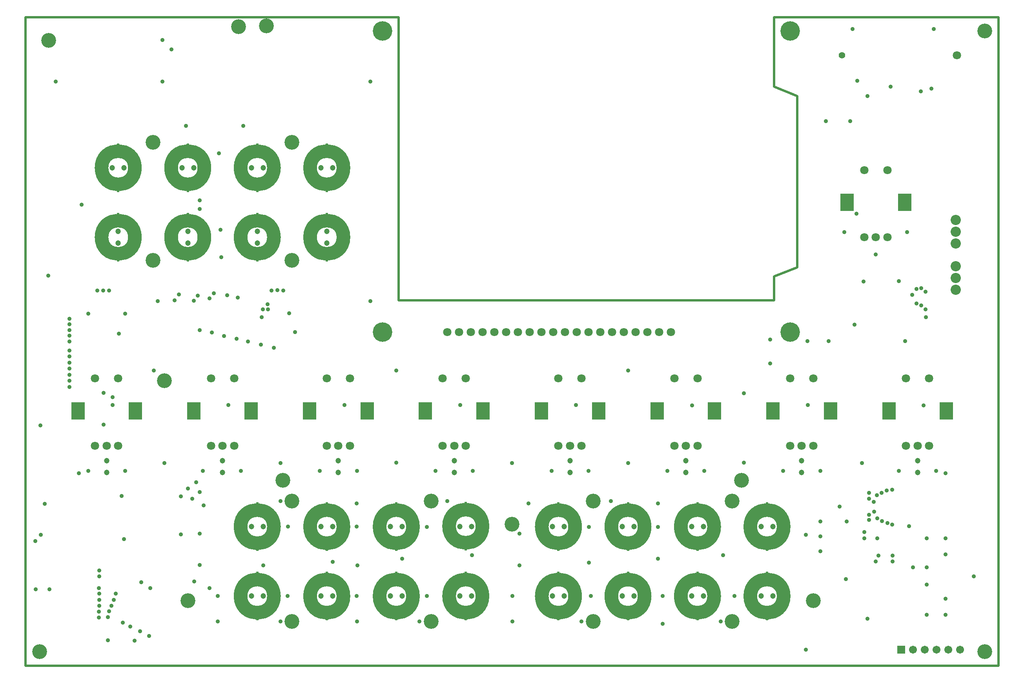
<source format=gts>
%FSLAX25Y25*%
%MOIN*%
G70*
G01*
G75*
G04 Layer_Color=8388736*
%ADD10C,0.01181*%
%ADD11C,0.03937*%
%ADD12C,0.01575*%
%ADD13C,0.00787*%
%ADD14C,0.02756*%
%ADD15C,0.02953*%
%ADD16C,0.01000*%
%ADD17C,0.01969*%
%ADD18C,0.03937*%
%ADD19C,0.01575*%
%ADD20C,0.11811*%
%ADD21C,0.15748*%
%ADD22C,0.06299*%
%ADD23C,0.04724*%
%ADD24C,0.05906*%
%ADD25R,0.05906X0.05906*%
%ADD26C,0.07874*%
%ADD27R,0.11024X0.14173*%
%ADD28C,0.02756*%
%ADD29R,0.06693X0.04921*%
%ADD30R,0.04803X0.03583*%
%ADD31R,0.03583X0.04803*%
%ADD32R,0.06575X0.06496*%
%ADD33R,0.06496X0.06575*%
%ADD34R,0.13386X0.06890*%
%ADD35R,0.06890X0.13386*%
%ADD36R,0.04921X0.06693*%
%ADD37R,0.07874X0.02362*%
%ADD38O,0.07874X0.02362*%
%ADD39R,0.07874X0.21654*%
%ADD40R,0.02756X0.09843*%
%ADD41R,0.02559X0.13780*%
%ADD42R,0.04331X0.14921*%
%ADD43R,0.10630X0.11811*%
%ADD44R,0.03937X0.01181*%
%ADD45O,0.03937X0.01181*%
%ADD46R,0.06299X0.06299*%
%ADD47R,0.04331X0.06299*%
%ADD48O,0.02362X0.07874*%
%ADD49R,0.02362X0.07874*%
%ADD50R,0.06299X0.12598*%
%ADD51R,0.33465X0.41732*%
%ADD52R,0.13386X0.03937*%
%ADD53C,0.02362*%
%ADD54C,0.11811*%
%ADD55C,0.04737*%
%ADD56C,0.02375*%
%ADD57C,0.12611*%
%ADD58C,0.16548*%
%ADD59C,0.07099*%
%ADD60C,0.05524*%
%ADD61C,0.06706*%
%ADD62R,0.06706X0.06706*%
%ADD63C,0.08674*%
%ADD64R,0.11824X0.14973*%
%ADD65C,0.03556*%
D17*
X-0Y551181D02*
X-0D01*
Y0D02*
Y551181D01*
Y0D02*
X826772D01*
Y551181D01*
X635827D02*
X826772D01*
X635827Y492126D02*
Y551181D01*
X316929Y310630D02*
X635827D01*
X316929D02*
X316929D01*
X316929D02*
Y551181D01*
X-0Y551181D02*
X316929D01*
X655512Y338583D02*
Y484252D01*
X635827Y492126D02*
X655512Y484252D01*
X635827Y310630D02*
Y330709D01*
X635827Y330709D02*
X655512Y338583D01*
D54*
X388189Y59055D02*
G03*
X388189Y59055I-14173J0D01*
G01*
X329134D02*
G03*
X329134Y59055I-14173J0D01*
G01*
X270079D02*
G03*
X270079Y59055I-14173J0D01*
G01*
X92913Y364173D02*
G03*
X92913Y364173I-14173J0D01*
G01*
X211024Y59055D02*
G03*
X211024Y59055I-14173J0D01*
G01*
X270079Y423228D02*
G03*
X270079Y423228I-14173J0D01*
G01*
X644095Y118110D02*
G03*
X644095Y118110I-14173J0D01*
G01*
X211024Y423228D02*
G03*
X211024Y423228I-14173J0D01*
G01*
X585039Y118110D02*
G03*
X585039Y118110I-14173J0D01*
G01*
X151969Y423228D02*
G03*
X151969Y423228I-14173J0D01*
G01*
X92913D02*
G03*
X92913Y423228I-14173J0D01*
G01*
X466929Y118110D02*
G03*
X466929Y118110I-14173J0D01*
G01*
X644095Y59055D02*
G03*
X644095Y59055I-14173J0D01*
G01*
X585039D02*
G03*
X585039Y59055I-14173J0D01*
G01*
X329134Y118110D02*
G03*
X329134Y118110I-14173J0D01*
G01*
X525984Y59055D02*
G03*
X525984Y59055I-14173J0D01*
G01*
X270079Y118110D02*
G03*
X270079Y118110I-14173J0D01*
G01*
X466929Y59055D02*
G03*
X466929Y59055I-14173J0D01*
G01*
X211024Y118110D02*
G03*
X211024Y118110I-14173J0D01*
G01*
X388189Y118504D02*
G03*
X388189Y118504I-14173J0D01*
G01*
X525984Y118110D02*
G03*
X525984Y118110I-14173J0D01*
G01*
X151969Y364173D02*
G03*
X151969Y364173I-14173J0D01*
G01*
X211024D02*
G03*
X211024Y364173I-14173J0D01*
G01*
X270079D02*
G03*
X270079Y364173I-14173J0D01*
G01*
D55*
X757874Y164292D02*
D03*
Y174292D02*
D03*
X255906Y369173D02*
D03*
Y359173D02*
D03*
X634921Y59055D02*
D03*
X624921D02*
D03*
X634921Y118110D02*
D03*
X624921D02*
D03*
X659449Y164292D02*
D03*
Y174292D02*
D03*
X196851Y369173D02*
D03*
Y359173D02*
D03*
X575866Y59055D02*
D03*
X565866D02*
D03*
X575866Y118110D02*
D03*
X565866D02*
D03*
X561024Y164292D02*
D03*
Y174292D02*
D03*
X137795Y369173D02*
D03*
Y359173D02*
D03*
X516811Y59055D02*
D03*
X506811D02*
D03*
X516811Y118110D02*
D03*
X506811D02*
D03*
X462599Y164292D02*
D03*
Y174292D02*
D03*
X78740Y369173D02*
D03*
Y359173D02*
D03*
X457756Y59055D02*
D03*
X447756D02*
D03*
X457756Y118110D02*
D03*
X447756D02*
D03*
X364173Y164292D02*
D03*
Y174292D02*
D03*
X260906Y423229D02*
D03*
X250906D02*
D03*
X379016Y59055D02*
D03*
X369016D02*
D03*
X379016Y118110D02*
D03*
X369016D02*
D03*
X265748Y164292D02*
D03*
Y174292D02*
D03*
X201851Y423229D02*
D03*
X191850D02*
D03*
X319961Y59055D02*
D03*
X309961D02*
D03*
X319961Y118110D02*
D03*
X309961D02*
D03*
X167323Y164292D02*
D03*
Y174292D02*
D03*
X142795Y423229D02*
D03*
X132795D02*
D03*
X260906Y59055D02*
D03*
X250906D02*
D03*
X260906Y118110D02*
D03*
X250906D02*
D03*
X68898Y164292D02*
D03*
Y174292D02*
D03*
X83740Y423229D02*
D03*
X73740D02*
D03*
X201851Y59055D02*
D03*
X191850D02*
D03*
X201851Y118110D02*
D03*
X191850D02*
D03*
D56*
X374016Y78740D02*
D03*
Y39370D02*
D03*
X314961Y78740D02*
D03*
Y39370D02*
D03*
X255906Y78740D02*
D03*
Y39370D02*
D03*
X78740Y383858D02*
D03*
Y344488D02*
D03*
X196850Y78740D02*
D03*
Y39370D02*
D03*
X255906Y403543D02*
D03*
Y442913D02*
D03*
X629921Y98425D02*
D03*
Y137795D02*
D03*
X196850Y403543D02*
D03*
Y442913D02*
D03*
X570866Y98425D02*
D03*
Y137795D02*
D03*
X137795Y403543D02*
D03*
Y442913D02*
D03*
X78740Y403543D02*
D03*
Y442913D02*
D03*
X452756Y98425D02*
D03*
Y137795D02*
D03*
X629921Y78740D02*
D03*
Y39370D02*
D03*
X570866Y78740D02*
D03*
Y39370D02*
D03*
X314961Y98425D02*
D03*
Y137795D02*
D03*
X511811Y78740D02*
D03*
Y39370D02*
D03*
X255906Y98425D02*
D03*
Y137795D02*
D03*
X452756Y78740D02*
D03*
Y39370D02*
D03*
X196850Y98425D02*
D03*
Y137795D02*
D03*
X374016Y98819D02*
D03*
Y138189D02*
D03*
X511811Y98425D02*
D03*
Y137795D02*
D03*
X137795Y383858D02*
D03*
Y344488D02*
D03*
X196850Y383858D02*
D03*
Y344488D02*
D03*
X255906Y383858D02*
D03*
Y344488D02*
D03*
D57*
X118110Y242126D02*
D03*
X600394Y139764D02*
D03*
Y37402D02*
D03*
X344488Y139764D02*
D03*
X669291Y55118D02*
D03*
X608268Y157480D02*
D03*
X413386Y120079D02*
D03*
X218504Y157480D02*
D03*
X137795Y55118D02*
D03*
X108268Y444882D02*
D03*
X226378D02*
D03*
Y344488D02*
D03*
X108268D02*
D03*
X482283Y139764D02*
D03*
Y37402D02*
D03*
X344488D02*
D03*
X226378D02*
D03*
Y139764D02*
D03*
X19685Y531496D02*
D03*
X11811Y11811D02*
D03*
X814961D02*
D03*
Y539370D02*
D03*
X204724Y543701D02*
D03*
X181102Y543307D02*
D03*
D58*
X303150Y539370D02*
D03*
Y283465D02*
D03*
X649606D02*
D03*
Y539370D02*
D03*
D59*
X358378Y283417D02*
D03*
X368378D02*
D03*
X378378D02*
D03*
X388378D02*
D03*
X398378D02*
D03*
X408378D02*
D03*
X418378D02*
D03*
X428378D02*
D03*
X438378D02*
D03*
X448378D02*
D03*
X458378D02*
D03*
X468378D02*
D03*
X478378D02*
D03*
X488378D02*
D03*
X498378D02*
D03*
X508378D02*
D03*
X518378D02*
D03*
X528378D02*
D03*
X538378D02*
D03*
X548378D02*
D03*
X791339Y518898D02*
D03*
X59055Y244095D02*
D03*
X78740D02*
D03*
X68898Y187008D02*
D03*
X78740D02*
D03*
X59055D02*
D03*
X157480Y244095D02*
D03*
X177165D02*
D03*
X167323Y187008D02*
D03*
X177165D02*
D03*
X157480D02*
D03*
X255906Y244095D02*
D03*
X275591D02*
D03*
X265748Y187008D02*
D03*
X275591D02*
D03*
X255906D02*
D03*
X354331Y244095D02*
D03*
X374016D02*
D03*
X364173Y187008D02*
D03*
X374016D02*
D03*
X354331D02*
D03*
X452756Y244095D02*
D03*
X472441D02*
D03*
X462599Y187008D02*
D03*
X472441D02*
D03*
X452756D02*
D03*
X551181Y244095D02*
D03*
X570866D02*
D03*
X561024Y187008D02*
D03*
X570866D02*
D03*
X551181D02*
D03*
X649606Y244095D02*
D03*
X669291D02*
D03*
X659449Y187008D02*
D03*
X669291D02*
D03*
X649606D02*
D03*
X748032Y244095D02*
D03*
X767717D02*
D03*
X757874Y187008D02*
D03*
X767717D02*
D03*
X748032D02*
D03*
X712599Y421260D02*
D03*
X732283D02*
D03*
X722441Y364173D02*
D03*
X732283D02*
D03*
X712599D02*
D03*
D60*
X693701Y518898D02*
D03*
D61*
X794095Y13386D02*
D03*
X784094D02*
D03*
X774094D02*
D03*
X764094D02*
D03*
X754095D02*
D03*
D62*
X744095D02*
D03*
D63*
X790158Y378898D02*
D03*
Y368898D02*
D03*
Y358898D02*
D03*
Y339528D02*
D03*
Y329528D02*
D03*
Y319528D02*
D03*
D64*
X93307Y216536D02*
D03*
X44488D02*
D03*
X191732D02*
D03*
X142913D02*
D03*
X290158D02*
D03*
X241339D02*
D03*
X388583D02*
D03*
X339764D02*
D03*
X487008D02*
D03*
X438189D02*
D03*
X585433D02*
D03*
X536614D02*
D03*
X683858D02*
D03*
X635039D02*
D03*
X782283D02*
D03*
X733465D02*
D03*
X746850Y393701D02*
D03*
X698032D02*
D03*
D65*
X292976Y496389D02*
D03*
Y309842D02*
D03*
X224050Y299358D02*
D03*
X109088Y250692D02*
D03*
X315058Y250793D02*
D03*
X511805Y250692D02*
D03*
X112205Y309842D02*
D03*
X147891Y285273D02*
D03*
X126686Y310630D02*
D03*
X158194Y283099D02*
D03*
X131890Y143701D02*
D03*
X632757Y277212D02*
D03*
X610236Y231392D02*
D03*
X147989Y395681D02*
D03*
X148032Y388040D02*
D03*
X164132Y435503D02*
D03*
X165641Y370436D02*
D03*
X166144Y347294D02*
D03*
X716536Y146850D02*
D03*
X281889Y85335D02*
D03*
X706025Y384327D02*
D03*
X37254Y275614D02*
D03*
X37411Y267865D02*
D03*
Y262722D02*
D03*
Y257579D02*
D03*
Y252436D02*
D03*
Y247294D02*
D03*
X37402Y242151D02*
D03*
Y237008D02*
D03*
X131890Y111417D02*
D03*
X761024Y320866D02*
D03*
X764567Y317914D02*
D03*
X37402Y280431D02*
D03*
Y285248D02*
D03*
Y290065D02*
D03*
Y294882D02*
D03*
X12598Y204331D02*
D03*
X8268Y105906D02*
D03*
X8661Y64961D02*
D03*
X12992Y111024D02*
D03*
X19291Y331496D02*
D03*
X16142Y137402D02*
D03*
X70079Y21654D02*
D03*
X691732Y135039D02*
D03*
X697638Y122441D02*
D03*
X675197Y109843D02*
D03*
X81496Y144095D02*
D03*
X679921Y462992D02*
D03*
X747244Y275984D02*
D03*
X682283D02*
D03*
X664173D02*
D03*
X116142Y531890D02*
D03*
X675197Y122441D02*
D03*
X419685Y112205D02*
D03*
X427165Y137795D02*
D03*
X47638Y391732D02*
D03*
X497244Y139764D02*
D03*
X358268D02*
D03*
X216535D02*
D03*
X163386Y37402D02*
D03*
X216535D02*
D03*
X281496D02*
D03*
X334646D02*
D03*
X472441D02*
D03*
X413779D02*
D03*
X590551D02*
D03*
X83465Y107481D02*
D03*
X723622Y108268D02*
D03*
X662992Y111024D02*
D03*
Y13386D02*
D03*
X537402Y137795D02*
D03*
X537303Y118012D02*
D03*
X478642D02*
D03*
X340846D02*
D03*
X281398Y137697D02*
D03*
Y118110D02*
D03*
X222835D02*
D03*
X148032Y147638D02*
D03*
X144882Y155906D02*
D03*
X105906Y65748D02*
D03*
X148032Y85433D02*
D03*
X156299Y65748D02*
D03*
X592520Y93701D02*
D03*
X92520Y21260D02*
D03*
X765748Y83465D02*
D03*
Y108268D02*
D03*
X781496D02*
D03*
Y94488D02*
D03*
Y56693D02*
D03*
Y43307D02*
D03*
X765748D02*
D03*
Y68898D02*
D03*
X706693Y497244D02*
D03*
X66142Y204725D02*
D03*
Y231890D02*
D03*
X74016Y228347D02*
D03*
X773622Y165355D02*
D03*
X105118Y25197D02*
D03*
X97244Y29134D02*
D03*
X53150Y299213D02*
D03*
X84646D02*
D03*
X76772Y61024D02*
D03*
X74803Y55906D02*
D03*
X72835Y50788D02*
D03*
X70866Y46063D02*
D03*
X74016Y221654D02*
D03*
X62599Y75984D02*
D03*
Y80709D02*
D03*
X25591Y496457D02*
D03*
X88976Y33071D02*
D03*
X781495Y163386D02*
D03*
X79134Y282284D02*
D03*
X180315Y312992D02*
D03*
X171260Y314961D02*
D03*
X118110Y172047D02*
D03*
X62165Y40906D02*
D03*
X62441Y65906D02*
D03*
X148032Y112205D02*
D03*
X219016Y319016D02*
D03*
X214016Y319134D02*
D03*
X209016Y318937D02*
D03*
X98425Y70866D02*
D03*
X62599Y50788D02*
D03*
X163287Y59154D02*
D03*
X62362Y45906D02*
D03*
X62598Y55906D02*
D03*
X62599Y61024D02*
D03*
X151181Y136221D02*
D03*
X229016Y283465D02*
D03*
X70984Y319016D02*
D03*
X65984Y318898D02*
D03*
X60984Y318937D02*
D03*
X340846Y59154D02*
D03*
X281398Y59154D02*
D03*
X222736Y59154D02*
D03*
X172441Y221654D02*
D03*
X270866D02*
D03*
X369291D02*
D03*
X467717D02*
D03*
X566142Y221260D02*
D03*
X664567Y221654D02*
D03*
X762992Y221260D02*
D03*
X541339Y35433D02*
D03*
X602362Y59055D02*
D03*
X541339D02*
D03*
X480315D02*
D03*
X413779D02*
D03*
X771654Y541339D02*
D03*
X702756D02*
D03*
X185039Y458957D02*
D03*
X124016Y524016D02*
D03*
X116142Y496457D02*
D03*
X84646Y165355D02*
D03*
X53150D02*
D03*
X183071D02*
D03*
X281496D02*
D03*
X348425D02*
D03*
X379921D02*
D03*
X446850D02*
D03*
X478346D02*
D03*
X545276D02*
D03*
X576772D02*
D03*
X643701D02*
D03*
X675197D02*
D03*
X742126D02*
D03*
X216535Y172343D02*
D03*
X314961Y172441D02*
D03*
X413386Y172343D02*
D03*
X511811Y172343D02*
D03*
X610236Y172441D02*
D03*
X710630Y172343D02*
D03*
X250000Y165355D02*
D03*
X45276Y163386D02*
D03*
X805512Y75985D02*
D03*
X736221Y149607D02*
D03*
X716536Y141733D02*
D03*
Y128347D02*
D03*
Y124016D02*
D03*
X736221Y119685D02*
D03*
X712599Y108268D02*
D03*
X769685Y490551D02*
D03*
X700787Y462992D02*
D03*
X722441Y349606D02*
D03*
X760630Y488189D02*
D03*
X735039Y492126D02*
D03*
X715354Y484252D02*
D03*
X711811Y326477D02*
D03*
X715256Y39961D02*
D03*
X675197Y97244D02*
D03*
X201969Y85335D02*
D03*
X419587D02*
D03*
X478740Y87402D02*
D03*
X379134Y93701D02*
D03*
X261024Y88189D02*
D03*
X320079Y90945D02*
D03*
X537402D02*
D03*
X742126Y326772D02*
D03*
X205906Y302756D02*
D03*
X201575D02*
D03*
X205512Y307087D02*
D03*
X736614Y88504D02*
D03*
Y93504D02*
D03*
X724607D02*
D03*
X722441Y88504D02*
D03*
X753898Y83504D02*
D03*
X696969Y73504D02*
D03*
X712599Y113386D02*
D03*
X750787Y118504D02*
D03*
X141732Y141732D02*
D03*
X632677Y256792D02*
D03*
X136221Y458957D02*
D03*
X20276Y64764D02*
D03*
X749098Y368523D02*
D03*
X695669Y368504D02*
D03*
X150787Y165354D02*
D03*
X130315Y315354D02*
D03*
X168504Y280315D02*
D03*
X179134Y277953D02*
D03*
X146457Y314567D02*
D03*
X142913Y310039D02*
D03*
X188976Y275590D02*
D03*
X200000Y272835D02*
D03*
X156299Y312205D02*
D03*
X159843Y316535D02*
D03*
X211024Y270079D02*
D03*
X753348Y315156D02*
D03*
X704331Y289764D02*
D03*
X200787Y296063D02*
D03*
X764961Y296050D02*
D03*
X764567Y302756D02*
D03*
X761022Y306299D02*
D03*
X757087Y307874D02*
D03*
Y320079D02*
D03*
X723228Y144882D02*
D03*
X727165Y146850D02*
D03*
X731496Y148819D02*
D03*
X723622Y125197D02*
D03*
X720865Y130708D02*
D03*
X720472Y139173D02*
D03*
X727559Y122835D02*
D03*
X732283Y121260D02*
D03*
X137795Y150394D02*
D03*
X143307Y71653D02*
D03*
X82677Y36614D02*
D03*
X70079Y41339D02*
D03*
M02*

</source>
